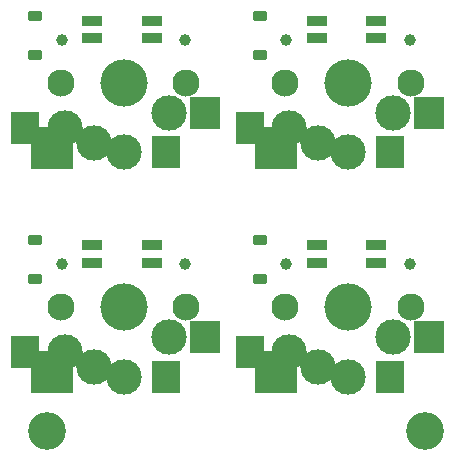
<source format=gbs>
G04 #@! TF.GenerationSoftware,KiCad,Pcbnew,7.0.8*
G04 #@! TF.CreationDate,2023-12-05T05:14:50-08:00*
G04 #@! TF.ProjectId,Seismos_4-Thumb,53656973-6d6f-4735-9f34-2d5468756d62,rev?*
G04 #@! TF.SameCoordinates,Original*
G04 #@! TF.FileFunction,Soldermask,Bot*
G04 #@! TF.FilePolarity,Negative*
%FSLAX46Y46*%
G04 Gerber Fmt 4.6, Leading zero omitted, Abs format (unit mm)*
G04 Created by KiCad (PCBNEW 7.0.8) date 2023-12-05 05:14:50*
%MOMM*%
%LPD*%
G01*
G04 APERTURE LIST*
G04 Aperture macros list*
%AMRoundRect*
0 Rectangle with rounded corners*
0 $1 Rounding radius*
0 $2 $3 $4 $5 $6 $7 $8 $9 X,Y pos of 4 corners*
0 Add a 4 corners polygon primitive as box body*
4,1,4,$2,$3,$4,$5,$6,$7,$8,$9,$2,$3,0*
0 Add four circle primitives for the rounded corners*
1,1,$1+$1,$2,$3*
1,1,$1+$1,$4,$5*
1,1,$1+$1,$6,$7*
1,1,$1+$1,$8,$9*
0 Add four rect primitives between the rounded corners*
20,1,$1+$1,$2,$3,$4,$5,0*
20,1,$1+$1,$4,$5,$6,$7,0*
20,1,$1+$1,$6,$7,$8,$9,0*
20,1,$1+$1,$8,$9,$2,$3,0*%
G04 Aperture macros list end*
%ADD10C,3.200000*%
%ADD11RoundRect,0.225000X-0.375000X0.225000X-0.375000X-0.225000X0.375000X-0.225000X0.375000X0.225000X0*%
%ADD12C,2.300000*%
%ADD13C,1.000000*%
%ADD14C,3.000000*%
%ADD15C,4.000000*%
%ADD16R,1.750000X0.812800*%
%ADD17RoundRect,0.063500X1.150000X1.300000X-1.150000X1.300000X-1.150000X-1.300000X1.150000X-1.300000X0*%
%ADD18RoundRect,0.063500X1.750000X1.750000X-1.750000X1.750000X-1.750000X-1.750000X1.750000X-1.750000X0*%
%ADD19RoundRect,0.063500X1.200000X1.300000X-1.200000X1.300000X-1.200000X-1.300000X1.200000X-1.300000X0*%
G04 APERTURE END LIST*
D10*
X40500000Y-70500000D03*
X72500000Y-70500000D03*
D11*
X39500000Y-54350000D03*
X39500000Y-57650000D03*
X58500000Y-35350000D03*
X58500000Y-38650000D03*
D12*
X52300000Y-60000000D03*
D13*
X52220000Y-56384200D03*
D14*
X50810000Y-62540000D03*
X47000000Y-65900000D03*
D15*
X47000000Y-60000000D03*
D14*
X44460000Y-65080000D03*
X42000000Y-63800000D03*
D13*
X41780000Y-56384200D03*
D12*
X41700000Y-60000000D03*
D16*
X44348100Y-54754900D03*
D17*
X38660000Y-63800000D03*
X50560000Y-65900000D03*
D16*
X49378000Y-54754900D03*
X44348100Y-56253500D03*
X49378000Y-56253500D03*
D18*
X40910000Y-65515000D03*
D19*
X53860000Y-62540000D03*
D12*
X52300000Y-41000000D03*
D13*
X52220000Y-37384200D03*
D14*
X50810000Y-43540000D03*
X47000000Y-46900000D03*
D15*
X47000000Y-41000000D03*
D14*
X44460000Y-46080000D03*
X42000000Y-44800000D03*
D13*
X41780000Y-37384200D03*
D12*
X41700000Y-41000000D03*
D16*
X44348100Y-35754900D03*
D17*
X38660000Y-44800000D03*
X50560000Y-46900000D03*
D16*
X49378000Y-35754900D03*
X44348100Y-37253500D03*
X49378000Y-37253500D03*
D18*
X40910000Y-46515000D03*
D19*
X53860000Y-43540000D03*
D12*
X71300000Y-60000000D03*
D13*
X71220000Y-56384200D03*
D14*
X69810000Y-62540000D03*
X66000000Y-65900000D03*
D15*
X66000000Y-60000000D03*
D14*
X63460000Y-65080000D03*
X61000000Y-63800000D03*
D13*
X60780000Y-56384200D03*
D12*
X60700000Y-60000000D03*
D16*
X63348100Y-54754900D03*
D17*
X57660000Y-63800000D03*
X69560000Y-65900000D03*
D16*
X68378000Y-54754900D03*
X63348100Y-56253500D03*
X68378000Y-56253500D03*
D18*
X59910000Y-65515000D03*
D19*
X72860000Y-62540000D03*
D11*
X39500000Y-35350000D03*
X39500000Y-38650000D03*
D12*
X71300000Y-41000000D03*
D13*
X71220000Y-37384200D03*
D14*
X69810000Y-43540000D03*
X66000000Y-46900000D03*
D15*
X66000000Y-41000000D03*
D14*
X63460000Y-46080000D03*
X61000000Y-44800000D03*
D13*
X60780000Y-37384200D03*
D12*
X60700000Y-41000000D03*
D16*
X63348100Y-35754900D03*
D17*
X57660000Y-44800000D03*
X69560000Y-46900000D03*
D16*
X68378000Y-35754900D03*
X63348100Y-37253500D03*
X68378000Y-37253500D03*
D18*
X59910000Y-46515000D03*
D19*
X72860000Y-43540000D03*
D11*
X58500000Y-54350000D03*
X58500000Y-57650000D03*
M02*

</source>
